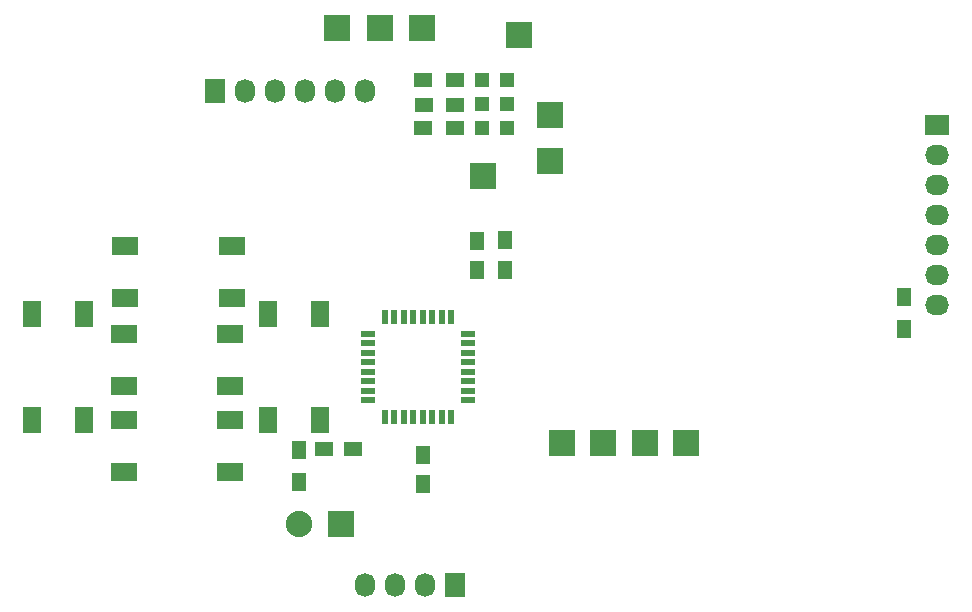
<source format=gts>
G04 #@! TF.FileFunction,Soldermask,Top*
%FSLAX46Y46*%
G04 Gerber Fmt 4.6, Leading zero omitted, Abs format (unit mm)*
G04 Created by KiCad (PCBNEW (2015-04-17 BZR 5609)-product) date Friday, 04 September 2015 01:49:06 pm*
%MOMM*%
G01*
G04 APERTURE LIST*
%ADD10C,0.100000*%
%ADD11C,2.235200*%
%ADD12R,1.250000X1.500000*%
%ADD13R,1.500000X1.250000*%
%ADD14R,1.198880X1.198880*%
%ADD15R,1.727200X2.032000*%
%ADD16O,1.727200X2.032000*%
%ADD17R,2.235200X2.235200*%
%ADD18R,1.300000X1.500000*%
%ADD19R,1.500000X1.300000*%
%ADD20R,0.600000X1.200000*%
%ADD21R,1.200000X0.600000*%
%ADD22R,2.032000X1.727200*%
%ADD23O,2.032000X1.727200*%
%ADD24R,1.500000X2.200000*%
%ADD25R,2.200000X1.500000*%
G04 APERTURE END LIST*
D10*
D11*
X137769600Y-126187200D03*
D12*
X155181300Y-102166100D03*
X155181300Y-104666100D03*
X148259800Y-120339800D03*
X148259800Y-122839800D03*
X152857200Y-102229600D03*
X152857200Y-104729600D03*
D13*
X142347000Y-119888000D03*
X139847000Y-119888000D03*
D14*
X153255980Y-92710000D03*
X155354020Y-92710000D03*
X153255980Y-90678000D03*
X155354020Y-90678000D03*
X153255980Y-88646000D03*
X155354020Y-88646000D03*
D15*
X130606800Y-89509600D03*
D16*
X133146800Y-89509600D03*
X135686800Y-89509600D03*
X138226800Y-89509600D03*
X140766800Y-89509600D03*
X143306800Y-89509600D03*
D17*
X160020000Y-119329200D03*
X163525200Y-119329200D03*
X167030400Y-119329200D03*
X170535600Y-119329200D03*
X159000000Y-91600000D03*
X156400000Y-84800000D03*
X148200000Y-84200000D03*
X144600000Y-84200000D03*
X141000000Y-84200000D03*
X159004000Y-95504000D03*
D18*
X188976000Y-106981000D03*
X188976000Y-109681000D03*
D19*
X148256000Y-92710000D03*
X150956000Y-92710000D03*
X148294100Y-90754200D03*
X150994100Y-90754200D03*
X148256000Y-88646000D03*
X150956000Y-88646000D03*
D20*
X145028000Y-117153000D03*
X145828000Y-117153000D03*
X146628000Y-117153000D03*
X147428000Y-117153000D03*
X148228000Y-117153000D03*
X149028000Y-117153000D03*
X149828000Y-117153000D03*
X150628000Y-117153000D03*
D21*
X152078000Y-115703000D03*
X152078000Y-114903000D03*
X152078000Y-114103000D03*
X152078000Y-113303000D03*
X152078000Y-112503000D03*
X152078000Y-111703000D03*
X152078000Y-110903000D03*
X152078000Y-110103000D03*
D20*
X150628000Y-108653000D03*
X149828000Y-108653000D03*
X149028000Y-108653000D03*
X148228000Y-108653000D03*
X147428000Y-108653000D03*
X146628000Y-108653000D03*
X145828000Y-108653000D03*
X145028000Y-108653000D03*
D21*
X143578000Y-110103000D03*
X143578000Y-110903000D03*
X143578000Y-111703000D03*
X143578000Y-112503000D03*
X143578000Y-113303000D03*
X143578000Y-114103000D03*
X143578000Y-114903000D03*
X143578000Y-115703000D03*
D15*
X151000000Y-131400000D03*
D16*
X148460000Y-131400000D03*
X145920000Y-131400000D03*
X143380000Y-131400000D03*
D18*
X137769600Y-119960400D03*
X137769600Y-122660400D03*
D17*
X141274800Y-126187200D03*
D22*
X191800000Y-92400000D03*
D23*
X191800000Y-94940000D03*
X191800000Y-97480000D03*
X191800000Y-100020000D03*
X191800000Y-102560000D03*
X191800000Y-105100000D03*
X191800000Y-107640000D03*
D17*
X153314400Y-96774000D03*
D24*
X119548000Y-117428400D03*
X115148000Y-117428400D03*
X115148000Y-108428400D03*
X119548000Y-108428400D03*
D25*
X122906400Y-114518800D03*
X122906400Y-110118800D03*
X131906400Y-110118800D03*
X131906400Y-114518800D03*
X122906400Y-121834000D03*
X122906400Y-117434000D03*
X131906400Y-117434000D03*
X131906400Y-121834000D03*
X123058800Y-107051200D03*
X123058800Y-102651200D03*
X132058800Y-102651200D03*
X132058800Y-107051200D03*
D24*
X139512400Y-117428400D03*
X135112400Y-117428400D03*
X135112400Y-108428400D03*
X139512400Y-108428400D03*
M02*

</source>
